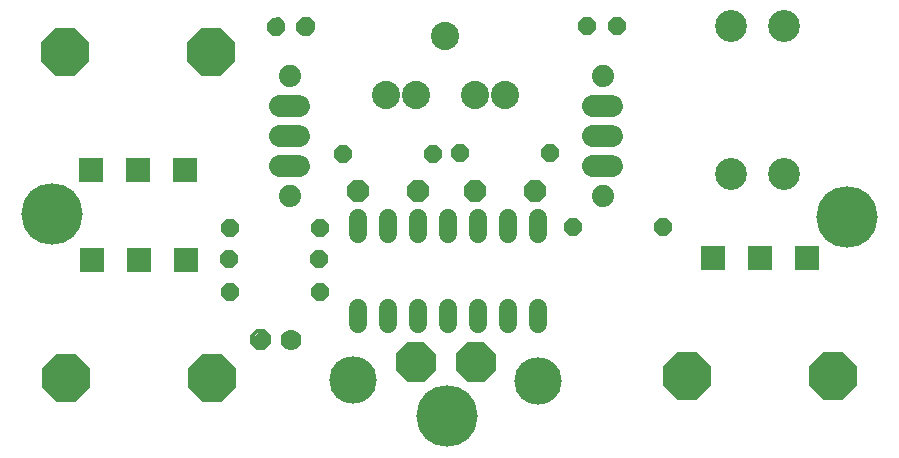
<source format=gts>
G75*
G70*
%OFA0B0*%
%FSLAX24Y24*%
%IPPOS*%
%LPD*%
%AMOC8*
5,1,8,0,0,1.08239X$1,22.5*
%
%ADD10C,0.0600*%
%ADD11OC8,0.0600*%
%ADD12OC8,0.0710*%
%ADD13C,0.0140*%
%ADD14C,0.0700*%
%ADD15OC8,0.1320*%
%ADD16C,0.1064*%
%ADD17R,0.0820X0.0820*%
%ADD18OC8,0.1580*%
%ADD19C,0.0940*%
%ADD20C,0.0730*%
%ADD21C,0.0740*%
%ADD22C,0.0120*%
%ADD23C,0.1580*%
%ADD24C,0.2049*%
D10*
X012269Y005048D02*
X012269Y005568D01*
X013269Y005568D02*
X013269Y005048D01*
X014269Y005048D02*
X014269Y005568D01*
X015269Y005568D02*
X015269Y005048D01*
X016269Y005048D02*
X016269Y005568D01*
X017269Y005568D02*
X017269Y005048D01*
X018269Y005048D02*
X018269Y005568D01*
X018269Y008048D02*
X018269Y008568D01*
X017269Y008568D02*
X017269Y008048D01*
X016269Y008048D02*
X016269Y008568D01*
X015269Y008568D02*
X015269Y008048D01*
X014269Y008048D02*
X014269Y008568D01*
X013269Y008568D02*
X013269Y008048D01*
X012269Y008048D02*
X012269Y008568D01*
D11*
X011009Y008257D03*
X010985Y007202D03*
X011017Y006115D03*
X008017Y006115D03*
X007985Y007202D03*
X008009Y008257D03*
X011772Y010702D03*
X014772Y010702D03*
X015686Y010737D03*
X018686Y010737D03*
X019442Y008265D03*
X022442Y008265D03*
X020898Y014989D03*
X019898Y014989D03*
D12*
X018190Y009481D03*
X016190Y009481D03*
X014269Y009481D03*
X012269Y009481D03*
D13*
X008830Y004560D02*
X008760Y004630D01*
X008924Y004796D01*
X009153Y004797D01*
X009319Y004633D01*
X009320Y004404D01*
X009156Y004238D01*
X008927Y004237D01*
X008761Y004401D01*
X008760Y004630D01*
X008865Y004587D01*
X008967Y004691D01*
X009110Y004692D01*
X009214Y004590D01*
X009215Y004447D01*
X009113Y004343D01*
X008970Y004342D01*
X008866Y004444D01*
X008865Y004587D01*
X008970Y004544D01*
X009012Y004586D01*
X009067Y004587D01*
X009109Y004545D01*
X009110Y004490D01*
X009068Y004448D01*
X009013Y004447D01*
X008971Y004489D01*
X008970Y004544D01*
D14*
X010040Y004524D03*
D15*
X014221Y003785D03*
X016221Y003785D03*
D16*
X024709Y010048D03*
X026489Y010048D03*
X026489Y014970D03*
X024709Y014970D03*
D17*
X024107Y007237D03*
X025682Y007237D03*
X027257Y007237D03*
X006548Y007182D03*
X004973Y007182D03*
X003398Y007182D03*
X003363Y010190D03*
X004938Y010190D03*
X006513Y010190D03*
D18*
X002532Y003245D03*
X007414Y003245D03*
X023241Y003300D03*
X028123Y003300D03*
X007379Y014127D03*
X002497Y014127D03*
D19*
X013225Y012674D03*
X014209Y012674D03*
X016178Y012674D03*
X017162Y012674D03*
X015194Y014643D03*
D20*
X010322Y012296D02*
X009672Y012296D01*
X009672Y011296D02*
X010322Y011296D01*
X010322Y010296D02*
X009672Y010296D01*
X020105Y010296D02*
X020755Y010296D01*
X020755Y011296D02*
X020105Y011296D01*
X020105Y012296D02*
X020755Y012296D01*
D21*
X020430Y013296D03*
X020430Y009296D03*
X009997Y009296D03*
X009997Y013296D03*
D22*
X009500Y015133D02*
X009440Y015193D01*
X009639Y015194D01*
X009780Y015055D01*
X009781Y014856D01*
X009642Y014715D01*
X009443Y014714D01*
X009302Y014853D01*
X009301Y015052D01*
X009440Y015193D01*
X009478Y015103D01*
X009602Y015104D01*
X009690Y015017D01*
X009691Y014893D01*
X009604Y014805D01*
X009480Y014804D01*
X009392Y014891D01*
X009391Y015015D01*
X009478Y015103D01*
X009516Y015013D01*
X009566Y015013D01*
X009600Y014979D01*
X009600Y014929D01*
X009566Y014895D01*
X009516Y014895D01*
X009482Y014929D01*
X009482Y014979D01*
X009516Y015013D01*
X010490Y015140D02*
X010430Y015200D01*
X010629Y015201D01*
X010770Y015062D01*
X010771Y014863D01*
X010632Y014722D01*
X010433Y014721D01*
X010292Y014860D01*
X010291Y015059D01*
X010430Y015200D01*
X010468Y015110D01*
X010592Y015111D01*
X010680Y015024D01*
X010681Y014900D01*
X010594Y014812D01*
X010470Y014811D01*
X010382Y014898D01*
X010381Y015022D01*
X010468Y015110D01*
X010506Y015020D01*
X010556Y015020D01*
X010590Y014986D01*
X010590Y014936D01*
X010556Y014902D01*
X010506Y014902D01*
X010472Y014936D01*
X010472Y014986D01*
X010506Y015020D01*
D23*
X012123Y003186D03*
X018265Y003147D03*
D24*
X015233Y001966D03*
X002083Y008698D03*
X028580Y008619D03*
M02*

</source>
